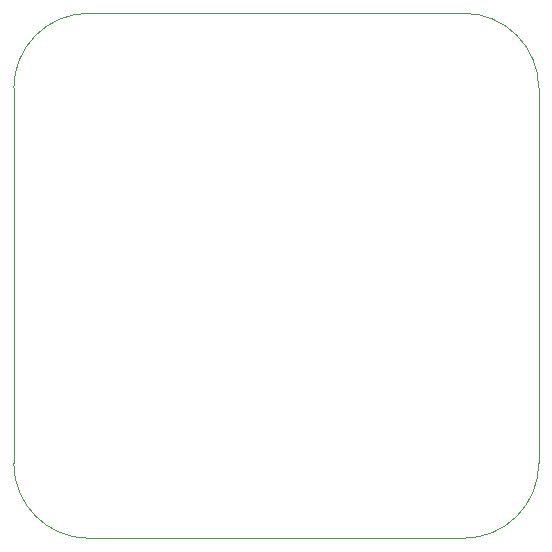
<source format=gbr>
%TF.GenerationSoftware,KiCad,Pcbnew,7.0.5*%
%TF.CreationDate,2023-09-16T15:34:49-07:00*%
%TF.ProjectId,HighSideSwitchModule,48696768-5369-4646-9553-77697463684d,rev?*%
%TF.SameCoordinates,Original*%
%TF.FileFunction,Profile,NP*%
%FSLAX46Y46*%
G04 Gerber Fmt 4.6, Leading zero omitted, Abs format (unit mm)*
G04 Created by KiCad (PCBNEW 7.0.5) date 2023-09-16 15:34:49*
%MOMM*%
%LPD*%
G01*
G04 APERTURE LIST*
%TA.AperFunction,Profile*%
%ADD10C,0.100000*%
%TD*%
G04 APERTURE END LIST*
D10*
X177800000Y-57150000D02*
X177800000Y-88900000D01*
X139700000Y-50800000D02*
X171450000Y-50800000D01*
X133350000Y-88900000D02*
X133350000Y-57150000D01*
X177800000Y-57150000D02*
G75*
G03*
X171450000Y-50800000I-6350000J0D01*
G01*
X139700000Y-50800000D02*
G75*
G03*
X133350000Y-57150000I0J-6350000D01*
G01*
X171450000Y-95250000D02*
G75*
G03*
X177800000Y-88900000I0J6350000D01*
G01*
X171450000Y-95250000D02*
X139700000Y-95250000D01*
X133350000Y-88900000D02*
G75*
G03*
X139700000Y-95250000I6350000J0D01*
G01*
M02*

</source>
